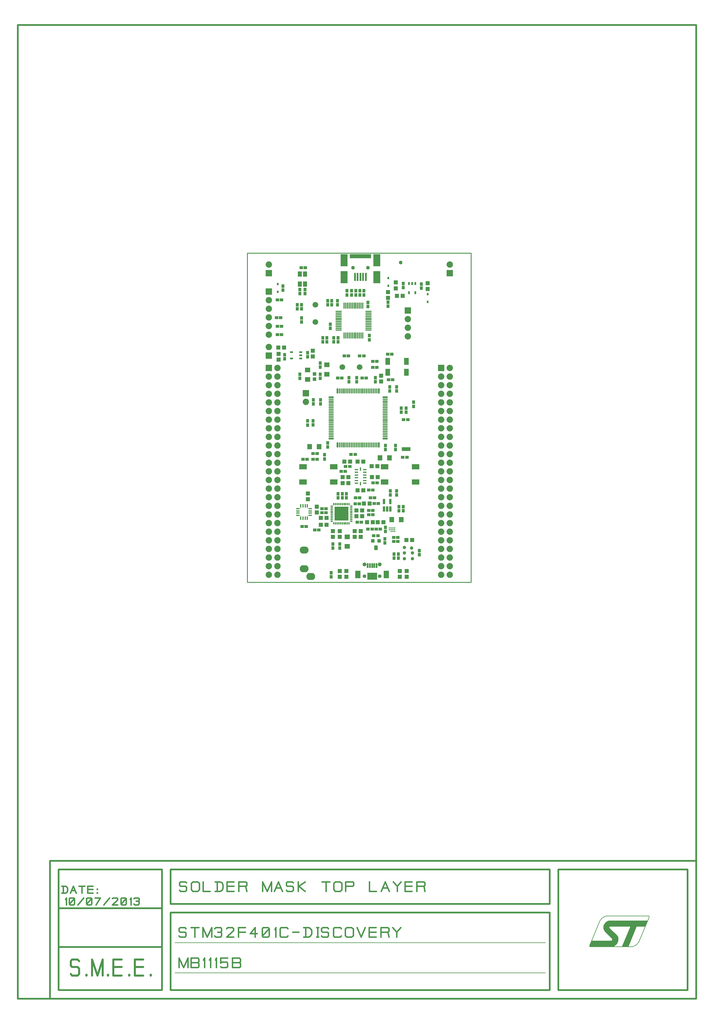
<source format=gbr>
G70*
%FSLAX55Y55*%
%ADD11C,0.01000*%
%ADD12C,0.00800*%
%ADD13C,0.02000*%
%ADD14R,0.04094X0.03394*%
%ADD15R,0.05118X0.04724*%
%ADD16R,0.02165X0.02756*%
%ADD17R,0.03394X0.04094*%
%ADD18R,0.04724X0.05118*%
%ADD19R,0.03394X0.01994*%
%ADD20C,0.06594*%
%ADD21R,0.07394X0.07394*%
%ADD22C,0.07394*%
%ADD23O,0.04134X0.01575*%
%ADD24O,0.01575X0.04134*%
%ADD25R,0.08898X0.06378*%
%ADD26R,0.02756X0.01181*%
%ADD27R,0.01181X0.02756*%
%ADD28R,0.16142X0.16142*%
%ADD29R,0.06394X0.05394*%
%ADD30R,0.01994X0.03394*%
%ADD31C,0.01654*%
%ADD32R,0.02559X0.06102*%
%ADD33R,0.01969X0.05709*%
%ADD34R,0.11418X0.08268*%
%ADD35R,0.05906X0.09055*%
%ADD36O,0.04331X0.04331*%
%ADD37C,0.04528*%
%ADD38R,0.05394X0.06394*%
%ADD39O,0.07494X0.01406*%
%ADD40O,0.07494X0.01394*%
%ADD41O,0.01406X0.07494*%
%ADD42O,0.01394X0.07494*%
%ADD43C,0.03937*%
%ADD44R,0.04394X0.03894*%
%ADD45R,0.04724X0.06299*%
%ADD46C,0.00100*%
%ADD47C,0.01394*%
%ADD48R,0.05512X0.08268*%
%ADD49O,0.10236X0.08268*%
%ADD50C,0.04294*%
%ADD51R,0.02394X0.09449*%
%ADD52R,0.08268X0.14173*%
%ADD53R,0.24803X0.05118*%
%ADD54C,0.04331*%
%ADD55R,0.03992X0.03992*%
%ADD56R,0.03992X0.05392*%
%ADD57O,0.01994X0.06394*%
%ADD58O,0.01194X0.06394*%
%ADD59O,0.06394X0.01994*%
%ADD60O,0.06394X0.01194*%
%ADD61C,0.01500*%
%ADD62C,0.02480*%
%ADD63C,0.01575*%
D11*
X285837Y503106D02*
X545679Y503106D01*
X545679Y884995*
X285837Y884995*
X285837Y503106*
D12*
G36*
X685758Y86846D02*
X708712Y86856D01*
X709758Y88946*
X700758Y97946*
X699558Y100646*
X699558Y103946*
X699858Y105146*
X701058Y107246*
X702258Y108446*
X703758Y109346*
X705558Y109946*
X707658Y110246*
X750258Y110246*
X747858Y103946*
X747558Y103646*
X737658Y103646*
X728058Y80846*
X721158Y80846*
X730458Y102746*
X730458Y103646*
X706758Y103646*
X706158Y103346*
X705858Y102746*
X705858Y101846*
X706158Y101546*
X714858Y93146*
X715758Y91646*
X716058Y90146*
X716358Y89846*
X716358Y87146*
G75*
G02X711558Y80846I-08949J01839*
G01X683358Y80846*
X683358Y81446*
X685458Y86546*
X685758Y86846*
G37*
X708712Y86856*
X709758Y88946*
X700758Y97946*
X699558Y100646*
X699558Y103946*
X699858Y105146*
X701058Y107246*
X702258Y108446*
X703758Y109346*
X705558Y109946*
X707658Y110246*
X750258Y110246*
X747858Y103946*
X747558Y103646*
X737658Y103646*
X728058Y80846*
X721158Y80846*
X730458Y102746*
X730458Y103646*
X706758Y103646*
X706158Y103346*
X705858Y102746*
X705858Y101846*
X706158Y101546*
X714858Y93146*
X715758Y91646*
X716058Y90146*
X716358Y89846*
X716358Y87146*
G75*
G02X711558Y80846I-08949J01839*
G01X683358Y80846*
X683358Y81446*
X685458Y86546*
X685758Y86846*
X202005Y49738D02*
X632005Y49738D01*
D13*
X197005Y129738D02*
X637005Y129738D01*
X67005Y29738D02*
X187005Y29738D01*
D12*
X202005Y84738D02*
X632005Y84738D01*
D13*
X197005Y119738D02*
X637005Y119738D01*
D12*
X683958Y80246D02*
X683358Y80846D01*
X683358Y81446*
X695358Y110546*
G75*
G02X701958Y115646I08543J-04235*
G01X751758Y115646*
X752058Y115346*
X752058Y114146*
X740058Y85346*
G75*
G02X733458Y80246I-08825J04600*
G01X683958Y80246*
D13*
X637005Y129738D02*
X637005Y169738D01*
X57005Y179738D02*
X807005Y179738D01*
X67005Y124738D02*
X187005Y124738D01*
X67005Y169738D02*
X187005Y169738D01*
X197005Y169738D02*
X637005Y169738D01*
X197005Y29738D02*
X197005Y119738D01*
X197005Y129738D02*
X197005Y169738D01*
X67005Y29738D02*
X67005Y169738D01*
X637005Y29738D02*
X637005Y119738D01*
X647005Y169738D02*
X797005Y169738D01*
X647005Y29738D02*
X797005Y29738D01*
X19604Y19738D02*
X19604Y1149659D01*
X19604Y19738D02*
X807005Y19738D01*
X57005Y19738D02*
X57005Y179738D01*
X187005Y29738D02*
X187005Y169738D01*
X647005Y29738D02*
X647005Y169738D01*
X797005Y29738D02*
X797005Y169738D01*
X67005Y79738D02*
X187005Y79738D01*
X807005Y19738D02*
X807005Y1149659D01*
X197005Y29738D02*
X637005Y29738D01*
X19604Y1149659D02*
X807005Y1149659D01*
D14*
X431506Y586570D03*
X426782Y586570D03*
D15*
X393120Y562358D03*
X393120Y555665D03*
D16*
X449616Y847031D03*
X449616Y856031D03*
D17*
X391152Y782043D03*
X391152Y786767D03*
D18*
X420679Y609798D03*
X413986Y609798D03*
D14*
X471073Y647987D03*
X466349Y647987D03*
D17*
X451978Y609011D03*
X451978Y604287D03*
X406703Y841294D03*
X406703Y836570D03*
D14*
X472057Y691688D03*
X467333Y691688D03*
D15*
X356112Y606255D03*
X356112Y599562D03*
X385246Y562358D03*
X385246Y555665D03*
D14*
X348435Y868066D03*
X353160Y868066D03*
X428750Y601137D03*
X433474Y601137D03*
D19*
X347845Y762751D03*
X347845Y766491D03*
X347845Y770232D03*
X337215Y770232D03*
X337215Y762751D03*
D20*
X364990Y805038D03*
X364990Y825038D03*
D14*
X320876Y800153D03*
X325600Y800153D03*
D21*
X310758Y861846D03*
D22*
X310758Y871846D03*
D15*
X410640Y555665D03*
X410640Y562358D03*
D23*
X412608Y633814D03*
X412608Y630665D03*
X412608Y627515D03*
X412608Y624365D03*
X412608Y621216D03*
X412608Y618066D03*
D24*
X417333Y617279D03*
D23*
X422057Y618066D03*
X422057Y621216D03*
X422057Y624365D03*
X422057Y627515D03*
X422057Y630665D03*
X422057Y633814D03*
D24*
X417333Y634602D03*
D17*
X385246Y547594D03*
X385246Y542869D03*
D18*
X321860Y775546D03*
X328553Y775546D03*
D17*
X412805Y735783D03*
X412805Y740507D03*
D14*
X431506Y581452D03*
X426782Y581452D03*
D15*
X322254Y761373D03*
X322254Y768066D03*
D17*
X362608Y714917D03*
X362608Y710192D03*
X421270Y841294D03*
X421270Y836570D03*
D18*
X396663Y618066D03*
X403356Y618066D03*
X437215Y572791D03*
X443908Y572791D03*
D21*
X310758Y766245D03*
D22*
X310758Y776245D03*
D17*
X464577Y705074D03*
X464577Y700350D03*
D14*
X435443Y564917D03*
X440167Y564917D03*
X320876Y790310D03*
X325600Y790310D03*
D17*
X403947Y740507D03*
X403947Y735783D03*
X378356Y782043D03*
X378356Y786767D03*
D21*
X520758Y861846D03*
D22*
X520758Y871846D03*
D17*
X445482Y553499D03*
X445482Y548775D03*
X391152Y605665D03*
X391152Y600940D03*
D18*
X419104Y586570D03*
X412411Y586570D03*
D17*
X425994Y827909D03*
X425994Y823184D03*
X457884Y657043D03*
X457884Y661767D03*
D18*
X421073Y594444D03*
X427766Y594444D03*
D14*
X418120Y572791D03*
X413396Y572791D03*
D25*
X445245Y637054D03*
X445245Y619337D03*
X481071Y619337D03*
X481071Y637054D03*
D17*
X485640Y534995D03*
X485640Y539720D03*
X466939Y845035D03*
X466939Y849759D03*
D26*
X383790Y591491D03*
X383790Y589523D03*
X383790Y587554D03*
X383790Y585586D03*
X383790Y583617D03*
X383790Y581649D03*
X383790Y579680D03*
X383790Y577712D03*
X383790Y575743D03*
X383790Y573775D03*
D27*
X386231Y571334D03*
X388199Y571334D03*
X390168Y571334D03*
X392136Y571334D03*
X394105Y571334D03*
X396073Y571334D03*
X398042Y571334D03*
X400010Y571334D03*
X401979Y571334D03*
X403947Y571334D03*
D26*
X406388Y573775D03*
X406388Y575743D03*
X406388Y577712D03*
X406388Y579680D03*
X406388Y581649D03*
X406388Y583617D03*
X406388Y585586D03*
X406388Y587554D03*
X406388Y589523D03*
X406388Y591491D03*
D27*
X403947Y593932D03*
X401979Y593932D03*
X400010Y593932D03*
X398042Y593932D03*
X396073Y593932D03*
X394105Y593932D03*
X392136Y593932D03*
X390168Y593932D03*
X388199Y593932D03*
X386231Y593932D03*
D28*
X395089Y582633D03*
D21*
X310758Y840507D03*
D22*
X310758Y830507D03*
X310758Y820507D03*
X310758Y810507D03*
X310758Y800507D03*
X310758Y790507D03*
D17*
X346860Y838145D03*
X346860Y842869D03*
X461034Y535783D03*
X461034Y531058D03*
D24*
X355620Y591688D03*
X353061Y591688D03*
X350502Y591688D03*
X347943Y591688D03*
D23*
X344695Y588440D03*
X344695Y585881D03*
X344695Y583322D03*
X344695Y580763D03*
D24*
X347943Y577515D03*
X350502Y577515D03*
X353061Y577515D03*
X355620Y577515D03*
D23*
X358868Y580763D03*
X358868Y583322D03*
X358868Y585881D03*
X358868Y588440D03*
D14*
X320876Y830665D03*
X325600Y830665D03*
D17*
X400994Y605665D03*
X400994Y600940D03*
D29*
X378356Y744456D03*
X378356Y755456D03*
D20*
X396037Y752889D03*
X416037Y752889D03*
D30*
X480911Y849842D03*
X477171Y849842D03*
X473431Y849842D03*
X473431Y839212D03*
X480911Y839212D03*
D14*
X390758Y740113D03*
X395482Y740113D03*
X416349Y765704D03*
X421073Y765704D03*
X377175Y588539D03*
X372451Y588539D03*
D29*
X355719Y738550D03*
X355719Y749550D03*
D18*
X424813Y572791D03*
X431506Y572791D03*
D31*
X450797Y564031D03*
X450797Y565999D03*
X452766Y562062D03*
X452766Y564031D03*
X452766Y565999D03*
X454734Y562062D03*
X454734Y564031D03*
X454734Y565999D03*
X456703Y562062D03*
X456703Y564031D03*
X456703Y565999D03*
D32*
X444498Y588243D03*
X448238Y588243D03*
X451978Y588243D03*
X451978Y596708D03*
X444498Y596708D03*
D14*
X433081Y594444D03*
X437805Y594444D03*
D33*
X435876Y522595D03*
X433317Y522595D03*
X430758Y522595D03*
X428199Y522595D03*
X425640Y522595D03*
D34*
X430758Y509997D03*
D35*
X414321Y511965D03*
X447195Y511965D03*
D36*
X421998Y510095D03*
X439518Y510095D03*
D37*
X421998Y523874D03*
X439518Y523874D03*
D21*
X510758Y751846D03*
D22*
X520758Y751846D03*
X510758Y741846D03*
X520758Y741846D03*
X510758Y731846D03*
X520758Y731846D03*
X510758Y721846D03*
X520758Y721846D03*
X510758Y711846D03*
X520758Y711846D03*
X510758Y701846D03*
X520758Y701846D03*
X510758Y691846D03*
X520758Y691846D03*
X510758Y681846D03*
X520758Y681846D03*
X510758Y671846D03*
X520758Y671846D03*
X510758Y661846D03*
X520758Y661846D03*
X510758Y651846D03*
X520758Y651846D03*
X510758Y641846D03*
X520758Y641846D03*
X510758Y631846D03*
X520758Y631846D03*
X510758Y621846D03*
X520758Y621846D03*
X510758Y611846D03*
X520758Y611846D03*
X510758Y601846D03*
X520758Y601846D03*
X510758Y591846D03*
X520758Y591846D03*
X510758Y581846D03*
X520758Y581846D03*
X510758Y571846D03*
X520758Y571846D03*
X510758Y561846D03*
X520758Y561846D03*
X510758Y551846D03*
X520758Y551846D03*
X510758Y541846D03*
X520758Y541846D03*
X510758Y531846D03*
X520758Y531846D03*
X510758Y521846D03*
X520758Y521846D03*
X510758Y511846D03*
X520758Y511846D03*
D14*
X411427Y601137D03*
X416152Y601137D03*
D17*
X459065Y729680D03*
X459065Y724956D03*
D18*
X430522Y625153D03*
X437215Y625153D03*
D15*
X441349Y735979D03*
X441349Y742672D03*
D18*
X413986Y643263D03*
X420679Y643263D03*
D17*
X383278Y514129D03*
X383278Y509405D03*
D18*
X419104Y579680D03*
X412411Y579680D03*
D17*
X327175Y846806D03*
X327175Y842082D03*
X348829Y820428D03*
X348829Y825153D03*
X379144Y829877D03*
X379144Y825153D03*
D15*
X495286Y843460D03*
X495286Y850153D03*
D17*
X393120Y542869D03*
X393120Y547594D03*
X370482Y744444D03*
X370482Y739720D03*
X461821Y586176D03*
X461821Y590901D03*
D18*
X377766Y577712D03*
X371073Y577712D03*
D14*
X399616Y631846D03*
X394892Y631846D03*
D21*
X353750Y722397D03*
D22*
X353750Y712397D03*
D17*
X355719Y690310D03*
X355719Y685586D03*
X478750Y707239D03*
X478750Y711964D03*
X446073Y562161D03*
X446073Y566885D03*
X451191Y729680D03*
X451191Y724956D03*
D16*
X321270Y839944D03*
X321270Y848944D03*
D17*
X383868Y829877D03*
X383868Y825153D03*
X459065Y609011D03*
X459065Y604287D03*
D38*
X369093Y660389D03*
X358093Y660389D03*
D39*
X391742Y817476D03*
D40*
X391742Y815507D03*
X391742Y813539D03*
X391742Y811570D03*
X391742Y809602D03*
X391742Y807633D03*
X391742Y805665D03*
X391742Y803696D03*
X391742Y801728D03*
X391742Y799759D03*
X391742Y797791D03*
D39*
X391742Y795822D03*
D41*
X398238Y789326D03*
D42*
X400207Y789326D03*
X402175Y789326D03*
X404144Y789326D03*
X406112Y789326D03*
X408081Y789326D03*
X410049Y789326D03*
X412018Y789326D03*
X413986Y789326D03*
X415955Y789326D03*
X417923Y789326D03*
D41*
X419892Y789326D03*
D39*
X426388Y795822D03*
D40*
X426388Y797791D03*
X426388Y799759D03*
X426388Y801728D03*
X426388Y803696D03*
X426388Y805665D03*
X426388Y807633D03*
X426388Y809602D03*
X426388Y811570D03*
X426388Y813539D03*
X426388Y815507D03*
D39*
X426388Y817475D03*
D41*
X419892Y823972D03*
D42*
X417923Y823972D03*
X415955Y823972D03*
X413986Y823972D03*
X412018Y823972D03*
X410049Y823972D03*
X408081Y823972D03*
X406112Y823972D03*
X404144Y823972D03*
X402175Y823972D03*
X400207Y823972D03*
D41*
X398238Y823972D03*
D14*
X411034Y651531D03*
X406309Y651531D03*
D17*
X373435Y786767D03*
X373435Y782043D03*
X382293Y802515D03*
X382293Y797791D03*
D14*
X455719Y555074D03*
X460443Y555074D03*
D38*
X453565Y575743D03*
X464565Y575743D03*
D18*
X377766Y569838D03*
X371073Y569838D03*
D14*
X426782Y610192D03*
X431506Y610192D03*
D17*
X411821Y841294D03*
X411821Y836570D03*
X352766Y838145D03*
X352766Y842869D03*
D21*
X472053Y818542D03*
D22*
X472053Y808542D03*
X472053Y798542D03*
X472053Y788542D03*
D18*
X398632Y643263D03*
X405325Y643263D03*
D17*
X401585Y841294D03*
X401585Y836570D03*
X487805Y849169D03*
X487805Y844444D03*
D43*
X468132Y543491D03*
X468132Y536995D03*
X468132Y530499D03*
X477384Y530499D03*
X477384Y536995D03*
X476557Y542704D03*
D15*
X417530Y555665D03*
X417530Y562358D03*
D17*
X434459Y740507D03*
X434459Y735783D03*
D14*
X372451Y583617D03*
X377175Y583617D03*
D16*
X495286Y837527D03*
X495286Y828527D03*
D17*
X470089Y705074D03*
X470089Y700350D03*
D18*
X430128Y637751D03*
X436821Y637751D03*
D17*
X466939Y590901D03*
X466939Y586176D03*
D14*
X419146Y739995D03*
X423870Y739995D03*
X366939Y645625D03*
X362215Y645625D03*
D15*
X458278Y844247D03*
X458278Y850940D03*
D14*
X319892Y809995D03*
X324616Y809995D03*
D17*
X370482Y757436D03*
X370482Y752712D03*
X355758Y769357D03*
X355758Y764633D03*
D15*
X361821Y771806D03*
X361821Y765113D03*
D17*
X348829Y809798D03*
X348829Y805074D03*
D14*
X400010Y637357D03*
X404734Y637357D03*
X448829Y767672D03*
X453553Y767672D03*
D18*
X459656Y835586D03*
X466349Y835586D03*
D29*
X401978Y555653D03*
X401978Y544653D03*
D17*
X343908Y825153D03*
X343908Y820428D03*
X370876Y714917D03*
X370876Y710192D03*
D14*
X431506Y752318D03*
X436230Y752318D03*
D44*
X363816Y744925D03*
X363816Y738925D03*
D17*
X446270Y661767D03*
X446270Y657043D03*
X329144Y767082D03*
X329144Y762357D03*
X362215Y685783D03*
X362215Y690507D03*
D14*
X415758Y594247D03*
X411034Y594247D03*
D17*
X390561Y829877D03*
X390561Y825153D03*
X449223Y828106D03*
X449223Y823381D03*
D14*
X436624Y618460D03*
X431900Y618460D03*
X355128Y645625D03*
X350404Y645625D03*
X364183Y563932D03*
X368908Y563932D03*
D15*
X366545Y590901D03*
X366545Y584208D03*
D17*
X396073Y605665D03*
X396073Y600940D03*
D14*
X425994Y564917D03*
X430719Y564917D03*
D38*
X439786Y647594D03*
X450786Y647594D03*
D17*
X456112Y531058D03*
X456112Y535783D03*
D18*
X470482Y552121D03*
X477175Y552121D03*
D45*
X352711Y860901D03*
X352711Y849090D03*
X346805Y849090D03*
X346805Y860901D03*
D14*
X437411Y557043D03*
X432687Y557043D03*
D46*
G36*
X474982Y659685D02*
X465140Y659685D01*
X465140Y655748*
X474982Y655748*
X474982Y659685*
G37*
X465140Y659685*
X465140Y655748*
X474982Y655748*
X474982Y659685*
D47*
X472029Y657716D03*
X467699Y657716D03*
D17*
X386230Y782043D03*
X386230Y786767D03*
X427569Y789326D03*
X427569Y784602D03*
D15*
X470876Y509405D03*
X470876Y516098D03*
D17*
X346860Y744444D03*
X346860Y739720D03*
D14*
X362215Y652515D03*
X366939Y652515D03*
D15*
X449223Y833224D03*
X449223Y839917D03*
D48*
X449026Y746806D03*
X470679Y746806D03*
X470679Y759405D03*
X449026Y759405D03*
D49*
X359695Y509641D03*
X351821Y518696D03*
X351821Y540349D03*
D14*
X403160Y765704D03*
X398435Y765704D03*
D15*
X393120Y509405D03*
X393120Y516098D03*
D50*
X463758Y873995D03*
D15*
X400994Y509405D03*
X400994Y516098D03*
D14*
X455719Y550350D03*
X460443Y550350D03*
D17*
X379341Y659995D03*
X379341Y664720D03*
X375404Y650940D03*
X375404Y646216D03*
D14*
X431506Y759405D03*
X436230Y759405D03*
D15*
X463002Y509405D03*
X463002Y516098D03*
D18*
X396663Y625153D03*
X403356Y625153D03*
D14*
X354144Y567869D03*
X349419Y567869D03*
D17*
X416545Y841294D03*
X416545Y836570D03*
D25*
X386271Y619337D03*
X386271Y637054D03*
X350445Y637054D03*
X350445Y619337D03*
D51*
X423460Y857440D03*
X420310Y857440D03*
X417160Y857440D03*
X414010Y857440D03*
X410860Y857440D03*
D52*
X398066Y857243D03*
X398066Y876928D03*
X436255Y857243D03*
X436255Y876928D03*
D53*
X417171Y881456D03*
D54*
X425810Y868267D03*
X408510Y868267D03*
D14*
X449813Y738145D03*
X454537Y738145D03*
D55*
X438996Y551003D03*
X431496Y551003D03*
D56*
X435196Y543003D03*
D21*
X310758Y751846D03*
D22*
X320758Y751846D03*
X310758Y741846D03*
X320758Y741846D03*
X310758Y731846D03*
X320758Y731846D03*
X310758Y721846D03*
X320758Y721846D03*
X310758Y711846D03*
X320758Y711846D03*
X310758Y701846D03*
X320758Y701846D03*
X310758Y691846D03*
X320758Y691846D03*
X310758Y681846D03*
X320758Y681846D03*
X310758Y671846D03*
X320758Y671846D03*
X310758Y661846D03*
X320758Y661846D03*
X310758Y651846D03*
X320758Y651846D03*
X310758Y641846D03*
X320758Y641846D03*
X310758Y631846D03*
X320758Y631846D03*
X310758Y621846D03*
X320758Y621846D03*
X310758Y611846D03*
X320758Y611846D03*
X310758Y601846D03*
X320758Y601846D03*
X310758Y591846D03*
X320758Y591846D03*
X310758Y581846D03*
X320758Y581846D03*
X310758Y571846D03*
X320758Y571846D03*
X310758Y561846D03*
X320758Y561846D03*
X310758Y551846D03*
X320758Y551846D03*
X310758Y541846D03*
X320758Y541846D03*
X310758Y531846D03*
X320758Y531846D03*
X310758Y521846D03*
X320758Y521846D03*
X310758Y511846D03*
X320758Y511846D03*
D57*
X438449Y725200D03*
D58*
X436087Y725200D03*
X434118Y725200D03*
X432150Y725200D03*
X430181Y725200D03*
X428213Y725200D03*
X426244Y725200D03*
X424276Y725200D03*
X422307Y725200D03*
X420339Y725200D03*
X418370Y725200D03*
X416402Y725200D03*
X414433Y725200D03*
X412465Y725200D03*
X410496Y725200D03*
X408528Y725200D03*
X406559Y725200D03*
X404591Y725200D03*
X402622Y725200D03*
X400654Y725200D03*
X398685Y725200D03*
X396717Y725200D03*
X394748Y725200D03*
X392780Y725200D03*
D57*
X390417Y725200D03*
D59*
X383134Y717916D03*
D60*
X383134Y715554D03*
X383134Y713585D03*
X383134Y711617D03*
X383134Y709648D03*
X383134Y707680D03*
X383134Y705711D03*
X383134Y703743D03*
X383134Y701774D03*
X383134Y699806D03*
X383134Y697837D03*
X383134Y695869D03*
X383134Y693900D03*
X383134Y691932D03*
X383134Y689963D03*
X383134Y687995D03*
X383134Y686026D03*
X383134Y684058D03*
X383134Y682089D03*
X383134Y680121D03*
X383134Y678152D03*
X383134Y676184D03*
X383134Y674215D03*
X383134Y672247D03*
D59*
X383134Y669885D03*
D57*
X390417Y662601D03*
D58*
X392780Y662601D03*
X394748Y662601D03*
X396717Y662601D03*
X398685Y662601D03*
X400654Y662601D03*
X402622Y662601D03*
X404591Y662601D03*
X406559Y662601D03*
X408528Y662601D03*
X410496Y662601D03*
X412465Y662601D03*
X414433Y662601D03*
X416402Y662601D03*
X418370Y662601D03*
X420339Y662601D03*
X422307Y662601D03*
X424276Y662601D03*
X426244Y662601D03*
X428213Y662601D03*
X430181Y662601D03*
X432150Y662601D03*
X434118Y662601D03*
X436087Y662601D03*
D57*
X438449Y662601D03*
D59*
X445732Y669885D03*
D60*
X445732Y672247D03*
X445732Y674215D03*
X445732Y676184D03*
X445732Y678152D03*
X445732Y680121D03*
X445732Y682089D03*
X445732Y684058D03*
X445732Y686026D03*
X445732Y687995D03*
X445732Y689963D03*
X445732Y691932D03*
X445732Y693900D03*
X445732Y695869D03*
X445732Y697837D03*
X445732Y699806D03*
X445732Y701774D03*
X445732Y703743D03*
X445732Y705711D03*
X445732Y707680D03*
X445732Y709648D03*
X445732Y711617D03*
X445732Y713585D03*
X445732Y715554D03*
D59*
X445732Y717916D03*
D61*
X70558Y140355D02*
X70558Y150355*
X74725Y150355D01*
X76392Y149522*
X77225Y147855*
X77225Y144938*
X76392Y143272*
X74725Y142438*
X70558Y142438*
X72225Y142438D02*
X72225Y150355D01*
X80558Y142438D02*
X83891Y150355D01*
X87225Y142438*
X81808Y145355D02*
X85975Y145355D01*
X90558Y150355D02*
X97224Y150355D01*
X93891Y150355D02*
X93891Y142438D01*
X106391Y142438D02*
X100557Y142438D01*
X100557Y150355*
X106391Y150355*
X106391Y146605D02*
X100557Y146605D01*
X111807Y142438D02*
X111599Y142438D01*
X111599Y142855*
X111807Y142855*
X111807Y142438*
X111807Y146605D02*
X111599Y146605D01*
X111599Y147022*
X111807Y147022*
X111807Y146605*
D62*
X80758Y41846D02*
X80758Y48735*
X82136Y46767D01*
X89026Y46767*
X90404Y48735*
X90404Y54641*
X89026Y56609*
X82136Y56609*
X80758Y58578*
X80758Y63499*
X82136Y65468*
X89026Y65468*
X90404Y63499*
X99360Y46767D02*
X99016Y46767D01*
X99016Y47751*
X99360Y47751*
X99360Y46767*
X105561Y46767D02*
X105561Y65468D01*
X111762Y46767*
X117963Y65468*
X117963Y46767*
X124163Y46767D02*
X123819Y46767D01*
X123819Y47751*
X124163Y47751*
X124163Y46767*
X140010Y46767D02*
X130364Y46767D01*
X130364Y65468*
X140010Y65468*
X140010Y56609D02*
X130364Y56609D01*
X148967Y46767D02*
X148622Y46767D01*
X148622Y47751*
X148967Y47751*
X148967Y46767*
X164813Y46767D02*
X155167Y46767D01*
X155167Y65468*
X164813Y65468*
X164813Y56609D02*
X155167Y56609D01*
X173770Y46767D02*
X173425Y46767D01*
X173425Y47751*
X173770Y47751*
X173770Y46767*
D63*
X206611Y53203D02*
X206611Y56073*
X206611Y66982D01*
X211779Y56073*
X216946Y66982*
X216946Y56073*
X220391Y56073D02*
X220391Y66982D01*
X228429Y66982*
X229577Y65834*
X229577Y62963*
X228429Y61815*
X220391Y61815D02*
X228429Y61815D01*
X229577Y60666*
X229577Y57222*
X228429Y56073*
X220391Y56073*
X236179Y56073D02*
X236179Y66982D01*
X235031Y64685*
X243069Y56073D02*
X243069Y66982D01*
X241921Y64685*
X249959Y56073D02*
X249959Y66982D01*
X248810Y64685*
X254839Y57222D02*
X255987Y56073D01*
X261728Y56073*
X262877Y57222*
X262877Y61241*
X261728Y62389*
X255987Y62389*
X254839Y61241*
X254839Y66982*
X262877Y66982*
X268618Y56073D02*
X268618Y66982D01*
X276656Y66982*
X277804Y65834*
X277804Y62963*
X276656Y61815*
X268618Y61815D02*
X276656Y61815D01*
X277804Y60666*
X277804Y57222*
X276656Y56073*
X268618Y56073*
X207097Y141688D02*
X207097Y145707*
X208245Y144559D01*
X213986Y144559*
X215135Y145707*
X215135Y149152*
X213986Y150300*
X208245Y150300*
X207097Y151449*
X207097Y154319*
X208245Y155468*
X213986Y155468*
X215135Y154319*
X230062Y146281D02*
X228340Y144559D01*
X222598Y144559*
X220876Y146281*
X220876Y153745*
X222598Y155468*
X228340Y155468*
X230062Y153745*
X230062Y146281*
X242693Y144559D02*
X234655Y144559D01*
X234655Y155468*
X248434Y155468D02*
X254176Y155468D01*
X256472Y154319*
X257621Y152023*
X257621Y148004*
X256472Y145707*
X254176Y144559*
X248434Y144559*
X250731Y144559D02*
X250731Y155468D01*
X270251Y144559D02*
X262213Y144559D01*
X262213Y155468*
X270251Y155468*
X270251Y150300D02*
X262213Y150300D01*
X275993Y144559D02*
X275993Y155468D01*
X284031Y155468*
X285179Y154319*
X285179Y151449*
X284031Y150300*
X275993Y150300*
X282882Y150300D02*
X284031Y150300D01*
X285179Y144559*
X298958Y141688D02*
X303551Y144559*
X303551Y155468D01*
X308718Y144559*
X313886Y155468*
X313886Y144559*
X317330Y144559D02*
X321923Y155468D01*
X326517Y144559*
X319053Y148578D02*
X324794Y148578D01*
X331109Y145707D02*
X332258Y144559D01*
X337999Y144559*
X339147Y145707*
X339147Y149152*
X337999Y150300*
X332258Y150300*
X331109Y151449*
X331109Y154319*
X332258Y155468*
X337999Y155468*
X339147Y154319*
X344889Y144559D02*
X344889Y155468D01*
X344889Y150300D02*
X345463Y150300D01*
X352927Y155468*
X345463Y150300D02*
X352927Y144559D01*
X367854Y141688D02*
X372447Y155468*
X381633Y155468D01*
X377040Y155468D02*
X377040Y144559D01*
X395413Y146281D02*
X393690Y144559D01*
X387949Y144559*
X386226Y146281*
X386226Y153745*
X387949Y155468*
X393690Y155468*
X395413Y153745*
X395413Y146281*
X400006Y144559D02*
X400006Y155468D01*
X408044Y155468*
X409192Y154319*
X409192Y151449*
X408044Y150300*
X400006Y150300*
X422971Y141688D02*
X435602Y144559*
X427564Y144559D01*
X427564Y155468*
X441343Y144559D02*
X445936Y155468D01*
X450529Y144559*
X443066Y148578D02*
X448807Y148578D01*
X455122Y155468D02*
X459716Y150300D01*
X464309Y155468*
X459716Y150300D02*
X459716Y144559D01*
X476940Y144559D02*
X468902Y144559D01*
X468902Y155468*
X476940Y155468*
X476940Y150300D02*
X468902Y150300D01*
X482681Y144559D02*
X482681Y155468D01*
X490719Y155468*
X491867Y154319*
X491867Y151449*
X490719Y150300*
X482681Y150300*
X489571Y150300D02*
X490719Y150300D01*
X491867Y144559*
X206611Y88636D02*
X206611Y92655*
X207760Y91506D01*
X213501Y91506*
X214649Y92655*
X214649Y96099*
X213501Y97248*
X207760Y97248*
X206611Y98396*
X206611Y101267*
X207760Y102415*
X213501Y102415*
X214649Y101267*
X220391Y102415D02*
X229577Y102415D01*
X224984Y102415D02*
X224984Y91506D01*
X234170Y91506D02*
X234170Y102415D01*
X239337Y91506*
X244504Y102415*
X244504Y91506*
X247949Y101267D02*
X249097Y102415D01*
X254839Y102415*
X255987Y101267*
X255987Y98396*
X254839Y97248*
X251394Y97248*
X254839Y97248*
X255987Y96099*
X255987Y93229*
X254839Y91506*
X249097Y91506*
X247949Y92655*
X261728Y101267D02*
X262876Y102415D01*
X268618Y102415*
X269766Y101267*
X269766Y98970*
X268618Y97822*
X261728Y91506*
X269766Y91506*
X275507Y91506D02*
X275507Y102415D01*
X283545Y102415*
X283545Y97248D02*
X275507Y97248D01*
X295028Y91506D02*
X295028Y102415D01*
X289287Y95525*
X297325Y95525*
X311104Y92655D02*
X309956Y91506D01*
X304214Y91506*
X303066Y92655*
X303066Y101267*
X304214Y102415*
X309956Y102415*
X311104Y101267*
X311104Y92655*
X303066Y92655D02*
X311104Y101267D01*
X318855Y91506D02*
X318855Y102415D01*
X317706Y100119*
X332921Y92655D02*
X331773Y91506D01*
X324883Y91506*
X323735Y92655*
X323735Y101267*
X324883Y102415*
X331773Y102415*
X332921Y101267*
X338662Y97248D02*
X345552Y97248D01*
X351293Y102415D02*
X357035Y102415D01*
X359331Y101267*
X360479Y98970*
X360479Y94951*
X359331Y92655*
X357035Y91506*
X351293Y91506*
X353590Y91506D02*
X353590Y102415D01*
X367369Y91506D02*
X367369Y102415D01*
X366221Y91506D02*
X368517Y91506D01*
X366221Y102415D02*
X368517Y102415D01*
X371962Y92655D02*
X373110Y91506D01*
X378852Y91506*
X380000Y92655*
X380000Y96099*
X378852Y97248*
X373110Y97248*
X371962Y98396*
X371962Y101267*
X373110Y102415*
X378852Y102415*
X380000Y101267*
X394927Y92655D02*
X393779Y91506D01*
X386889Y91506*
X385741Y92655*
X385741Y101267*
X386889Y102415*
X393779Y102415*
X394927Y101267*
X408707Y93229D02*
X406984Y91506D01*
X401243Y91506*
X399520Y93229*
X399520Y100693*
X401243Y102415*
X406984Y102415*
X408707Y100693*
X408707Y93229*
X413300Y102415D02*
X417893Y91506D01*
X422486Y102415*
X435117Y91506D02*
X427079Y91506D01*
X427079Y102415*
X435117Y102415*
X435117Y97248D02*
X427079Y97248D01*
X440858Y91506D02*
X440858Y102415D01*
X448896Y102415*
X450044Y101267*
X450044Y98396*
X448896Y97248*
X440858Y97248*
X447748Y97248D02*
X448896Y97248D01*
X450044Y91506*
X454637Y102415D02*
X459230Y97248D01*
X463824Y102415*
X459230Y97248D02*
X459230Y91506D01*
D61*
X74258Y126846D02*
X75716Y128929*
X75716Y136846D01*
X74883Y135179*
X85091Y129762D02*
X84258Y128929D01*
X80091Y128929*
X79258Y129762*
X79258Y136012*
X80091Y136846*
X84258Y136846*
X85091Y136012*
X85091Y129762*
X79258Y129762D02*
X85091Y136012D01*
X89257Y128929D02*
X95924Y136846D01*
X105090Y129762D02*
X104257Y128929D01*
X100090Y128929*
X99257Y129762*
X99257Y136012*
X100090Y136846*
X104257Y136846*
X105090Y136012*
X105090Y129762*
X99257Y129762D02*
X105090Y136012D01*
X109257Y136846D02*
X115090Y136846D01*
X110090Y128929*
X119257Y128929D02*
X125923Y136846D01*
X129256Y136012D02*
X130090Y136846D01*
X134256Y136846*
X135090Y136012*
X135090Y134346*
X134256Y133512*
X129256Y128929*
X135090Y128929*
X145089Y129762D02*
X144256Y128929D01*
X140089Y128929*
X139256Y129762*
X139256Y136012*
X140089Y136846*
X144256Y136846*
X145089Y136012*
X145089Y129762*
X139256Y129762D02*
X145089Y136012D01*
X150714Y128929D02*
X150714Y136846D01*
X149881Y135179*
X154255Y136012D02*
X155089Y136846D01*
X159255Y136846*
X160089Y136012*
X160089Y133929*
X159255Y133096*
X156755Y133096*
X159255Y133096*
X160089Y132262*
X160089Y130179*
X159255Y128929*
X155089Y128929*
X154255Y129762*
M02*

</source>
